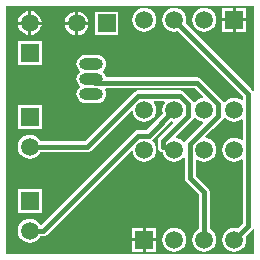
<source format=gbl>
G04 Layer_Physical_Order=2*
G04 Layer_Color=16711680*
%FSLAX44Y44*%
%MOMM*%
G71*
G01*
G75*
%ADD13C,0.4000*%
%ADD16R,1.5000X1.5000*%
%ADD17C,1.5000*%
%ADD18R,1.5000X1.5000*%
%ADD19O,2.0000X1.0000*%
%ADD20O,2.0000X1.0000*%
G36*
X215000Y143444D02*
X213730Y143059D01*
X213413Y143533D01*
X156902Y200045D01*
X157082Y200479D01*
X157427Y203100D01*
X157082Y205721D01*
X156070Y208163D01*
X154461Y210261D01*
X152363Y211870D01*
X149921Y212882D01*
X147300Y213227D01*
X144679Y212882D01*
X142237Y211870D01*
X140139Y210261D01*
X138530Y208163D01*
X137518Y205721D01*
X137173Y203100D01*
X137518Y200479D01*
X138530Y198037D01*
X140139Y195939D01*
X142237Y194330D01*
X144679Y193318D01*
X147300Y192973D01*
X149921Y193318D01*
X150355Y193498D01*
X205511Y138343D01*
Y135469D01*
X204241Y134843D01*
X203163Y135670D01*
X200721Y136682D01*
X198100Y137027D01*
X195479Y136682D01*
X193037Y135670D01*
X190939Y134061D01*
X190286Y133209D01*
X189049Y133497D01*
X189017Y133659D01*
X188013Y135160D01*
X188013Y135160D01*
X170060Y153113D01*
X168559Y154117D01*
X166787Y154469D01*
X166787Y154469D01*
X89412D01*
X89346Y154968D01*
X88586Y156803D01*
X87378Y158378D01*
X86938Y158715D01*
Y159985D01*
X87378Y160322D01*
X88586Y161898D01*
X89346Y163732D01*
X89605Y165700D01*
X89346Y167668D01*
X88586Y169503D01*
X87378Y171078D01*
X85802Y172286D01*
X83968Y173046D01*
X82000Y173305D01*
X72000D01*
X70032Y173046D01*
X68197Y172286D01*
X66622Y171078D01*
X65414Y169503D01*
X64654Y167668D01*
X64395Y165700D01*
X64654Y163732D01*
X65414Y161898D01*
X66622Y160322D01*
X67062Y159985D01*
Y158715D01*
X66622Y158378D01*
X65414Y156803D01*
X64654Y154968D01*
X64395Y153000D01*
X64654Y151032D01*
X65414Y149198D01*
X66622Y147622D01*
X67062Y147285D01*
Y146015D01*
X66622Y145678D01*
X65414Y144102D01*
X64654Y142268D01*
X64395Y140300D01*
X64654Y138332D01*
X65414Y136497D01*
X66622Y134922D01*
X68197Y133714D01*
X70032Y132954D01*
X72000Y132695D01*
X82000D01*
X83968Y132954D01*
X85802Y133714D01*
X87378Y134922D01*
X88586Y136497D01*
X89346Y138332D01*
X89605Y140300D01*
X89346Y142268D01*
X88653Y143941D01*
X89137Y145211D01*
X164870D01*
X171881Y138200D01*
X171426Y136859D01*
X170079Y136682D01*
X167637Y135670D01*
X165539Y134061D01*
X164886Y133209D01*
X163649Y133497D01*
X163617Y133659D01*
X162613Y135160D01*
X162613Y135160D01*
X155560Y142213D01*
X154059Y143217D01*
X152287Y143569D01*
X152287Y143569D01*
X116913D01*
X115141Y143217D01*
X113640Y142213D01*
X113640Y142213D01*
X71656Y100229D01*
X33950D01*
X33770Y100663D01*
X32161Y102761D01*
X30063Y104370D01*
X27621Y105382D01*
X25000Y105727D01*
X22379Y105382D01*
X19937Y104370D01*
X17839Y102761D01*
X16230Y100663D01*
X15218Y98221D01*
X14873Y95600D01*
X15218Y92979D01*
X16230Y90537D01*
X17839Y88439D01*
X19937Y86830D01*
X22379Y85818D01*
X25000Y85473D01*
X27621Y85818D01*
X30063Y86830D01*
X32161Y88439D01*
X33770Y90537D01*
X33950Y90971D01*
X73573D01*
X73573Y90971D01*
X75344Y91323D01*
X76846Y92327D01*
X110600Y126081D01*
X111941Y125626D01*
X112118Y124279D01*
X113130Y121837D01*
X114739Y119739D01*
X116837Y118130D01*
X119279Y117118D01*
X121900Y116773D01*
X124521Y117118D01*
X126963Y118130D01*
X129061Y119739D01*
X130670Y121837D01*
X131682Y124279D01*
X132027Y126900D01*
X131682Y129521D01*
X130670Y131963D01*
X129843Y133041D01*
X130469Y134311D01*
X138731D01*
X139357Y133041D01*
X138530Y131963D01*
X137518Y129521D01*
X137173Y126900D01*
X137518Y124279D01*
X137698Y123845D01*
X123623Y109769D01*
X116913D01*
X116913Y109769D01*
X115141Y109417D01*
X113640Y108413D01*
X113640Y108413D01*
X35070Y29843D01*
X34683Y29790D01*
X33507Y30006D01*
X32161Y31761D01*
X30063Y33370D01*
X27621Y34382D01*
X25000Y34727D01*
X22379Y34382D01*
X19937Y33370D01*
X17839Y31761D01*
X16230Y29663D01*
X15218Y27221D01*
X14873Y24600D01*
X15218Y21979D01*
X16230Y19537D01*
X17839Y17439D01*
X19937Y15830D01*
X22379Y14818D01*
X25000Y14473D01*
X27621Y14818D01*
X30063Y15830D01*
X32161Y17439D01*
X33770Y19537D01*
X33950Y19971D01*
X36373D01*
X36373Y19971D01*
X38144Y20323D01*
X39646Y21327D01*
X110600Y92281D01*
X111941Y91826D01*
X112118Y90479D01*
X113130Y88037D01*
X114739Y85939D01*
X116837Y84330D01*
X119279Y83318D01*
X121900Y82973D01*
X124521Y83318D01*
X126963Y84330D01*
X129061Y85939D01*
X130670Y88037D01*
X131682Y90479D01*
X132027Y93100D01*
X131682Y95721D01*
X130670Y98163D01*
X129061Y100261D01*
X128691Y100544D01*
X128723Y101521D01*
X128918Y101971D01*
X144245Y117298D01*
X144679Y117118D01*
X146026Y116941D01*
X146481Y115600D01*
X134527Y103646D01*
X133523Y102144D01*
X133171Y100373D01*
X133171Y100373D01*
Y95600D01*
X133523Y93829D01*
X134527Y92327D01*
X136029Y91323D01*
X137444Y91042D01*
X137518Y90479D01*
X138530Y88037D01*
X140139Y85939D01*
X142237Y84330D01*
X144679Y83318D01*
X147300Y82973D01*
X149921Y83318D01*
X152363Y84330D01*
X154461Y85939D01*
X154828Y86419D01*
X156031Y86011D01*
Y69340D01*
X156031Y69340D01*
X156383Y67569D01*
X157387Y66067D01*
X168071Y55383D01*
Y25850D01*
X167637Y25670D01*
X165539Y24061D01*
X163930Y21963D01*
X162918Y19521D01*
X162573Y16900D01*
X162918Y14279D01*
X163930Y11837D01*
X165539Y9739D01*
X167637Y8130D01*
X170079Y7118D01*
X172700Y6773D01*
X175321Y7118D01*
X177763Y8130D01*
X179861Y9739D01*
X181470Y11837D01*
X182482Y14279D01*
X182827Y16900D01*
X182482Y19521D01*
X181470Y21963D01*
X179861Y24061D01*
X177763Y25670D01*
X177329Y25850D01*
Y57300D01*
X177329Y57300D01*
X176977Y59071D01*
X175973Y60573D01*
X175973Y60573D01*
X165289Y71257D01*
Y84531D01*
X166559Y85157D01*
X167637Y84330D01*
X170079Y83318D01*
X172700Y82973D01*
X175321Y83318D01*
X177763Y84330D01*
X179861Y85939D01*
X181470Y88037D01*
X182482Y90479D01*
X182827Y93100D01*
X182482Y95721D01*
X181470Y98163D01*
X179861Y100261D01*
X177763Y101870D01*
X175321Y102882D01*
X173974Y103059D01*
X173519Y104400D01*
X180194Y111075D01*
X180960Y111587D01*
X188013Y118640D01*
X188013Y118640D01*
X189017Y120141D01*
X189049Y120303D01*
X190286Y120591D01*
X190939Y119739D01*
X193037Y118130D01*
X195479Y117118D01*
X198100Y116773D01*
X200721Y117118D01*
X203163Y118130D01*
X204241Y118957D01*
X205511Y118331D01*
Y101669D01*
X204241Y101043D01*
X203163Y101870D01*
X200721Y102882D01*
X198100Y103227D01*
X195479Y102882D01*
X193037Y101870D01*
X190939Y100261D01*
X189330Y98163D01*
X188318Y95721D01*
X187973Y93100D01*
X188318Y90479D01*
X189330Y88037D01*
X190939Y85939D01*
X193037Y84330D01*
X195479Y83318D01*
X198100Y82973D01*
X200721Y83318D01*
X203163Y84330D01*
X204101Y85050D01*
X205371Y84423D01*
Y30717D01*
X201155Y26502D01*
X200721Y26682D01*
X198100Y27027D01*
X195479Y26682D01*
X193037Y25670D01*
X190939Y24061D01*
X189330Y21963D01*
X188318Y19521D01*
X187973Y16900D01*
X188318Y14279D01*
X189330Y11837D01*
X190939Y9739D01*
X193037Y8130D01*
X195479Y7118D01*
X198100Y6773D01*
X200721Y7118D01*
X203163Y8130D01*
X205261Y9739D01*
X206870Y11837D01*
X207882Y14279D01*
X208227Y16900D01*
X207882Y19521D01*
X207702Y19955D01*
X213273Y25527D01*
X213273Y25527D01*
X213730Y26210D01*
X215000Y25825D01*
Y5000D01*
X5000D01*
Y215000D01*
X215000D01*
Y143444D01*
D02*
G37*
G36*
X165539Y119739D02*
X167637Y118130D01*
X170079Y117118D01*
X171201Y116971D01*
X171656Y115630D01*
X157387Y101360D01*
X156383Y99859D01*
X156351Y99697D01*
X155114Y99409D01*
X154461Y100261D01*
X152363Y101870D01*
X149921Y102882D01*
X148799Y103029D01*
X148344Y104370D01*
X162613Y118640D01*
X163617Y120141D01*
X163649Y120303D01*
X164886Y120591D01*
X165539Y119739D01*
D02*
G37*
%LPC*%
G36*
X208140Y213140D02*
X199370D01*
Y204370D01*
X208140D01*
Y213140D01*
D02*
G37*
G36*
X196830D02*
X188060D01*
Y204370D01*
X196830D01*
Y213140D01*
D02*
G37*
G36*
X26270Y210359D02*
Y201670D01*
X34959D01*
X34782Y203021D01*
X33770Y205463D01*
X32161Y207561D01*
X30063Y209170D01*
X27621Y210182D01*
X26270Y210359D01*
D02*
G37*
G36*
X23730D02*
X22379Y210182D01*
X19937Y209170D01*
X17839Y207561D01*
X16230Y205463D01*
X15218Y203021D01*
X15041Y201670D01*
X23730D01*
Y210359D01*
D02*
G37*
G36*
X65870Y209959D02*
Y201270D01*
X74559D01*
X74382Y202621D01*
X73370Y205063D01*
X71761Y207161D01*
X69663Y208770D01*
X67221Y209782D01*
X65870Y209959D01*
D02*
G37*
G36*
X63330D02*
X61979Y209782D01*
X59537Y208770D01*
X57439Y207161D01*
X55830Y205063D01*
X54818Y202621D01*
X54641Y201270D01*
X63330D01*
Y209959D01*
D02*
G37*
G36*
X208140Y201830D02*
X199370D01*
Y193060D01*
X208140D01*
Y201830D01*
D02*
G37*
G36*
X196830D02*
X188060D01*
Y193060D01*
X196830D01*
Y201830D01*
D02*
G37*
G36*
X172700Y213227D02*
X170079Y212882D01*
X167637Y211870D01*
X165539Y210261D01*
X163930Y208163D01*
X162918Y205721D01*
X162573Y203100D01*
X162918Y200479D01*
X163930Y198037D01*
X165539Y195939D01*
X167637Y194330D01*
X170079Y193318D01*
X172700Y192973D01*
X175321Y193318D01*
X177763Y194330D01*
X179861Y195939D01*
X181470Y198037D01*
X182482Y200479D01*
X182827Y203100D01*
X182482Y205721D01*
X181470Y208163D01*
X179861Y210261D01*
X177763Y211870D01*
X175321Y212882D01*
X172700Y213227D01*
D02*
G37*
G36*
X121900D02*
X119279Y212882D01*
X116837Y211870D01*
X114739Y210261D01*
X113130Y208163D01*
X112118Y205721D01*
X111773Y203100D01*
X112118Y200479D01*
X113130Y198037D01*
X114739Y195939D01*
X116837Y194330D01*
X119279Y193318D01*
X121900Y192973D01*
X124521Y193318D01*
X126963Y194330D01*
X129061Y195939D01*
X130670Y198037D01*
X131682Y200479D01*
X132027Y203100D01*
X131682Y205721D01*
X130670Y208163D01*
X129061Y210261D01*
X126963Y211870D01*
X124521Y212882D01*
X121900Y213227D01*
D02*
G37*
G36*
X34959Y199130D02*
X26270D01*
Y190441D01*
X27621Y190618D01*
X30063Y191630D01*
X32161Y193239D01*
X33770Y195337D01*
X34782Y197779D01*
X34959Y199130D01*
D02*
G37*
G36*
X23730D02*
X15041D01*
X15218Y197779D01*
X16230Y195337D01*
X17839Y193239D01*
X19937Y191630D01*
X22379Y190618D01*
X23730Y190441D01*
Y199130D01*
D02*
G37*
G36*
X74559Y198730D02*
X65870D01*
Y190041D01*
X67221Y190218D01*
X69663Y191230D01*
X71761Y192839D01*
X73370Y194937D01*
X74382Y197379D01*
X74559Y198730D01*
D02*
G37*
G36*
X63330D02*
X54641D01*
X54818Y197379D01*
X55830Y194937D01*
X57439Y192839D01*
X59537Y191230D01*
X61979Y190218D01*
X63330Y190041D01*
Y198730D01*
D02*
G37*
G36*
X100040Y210040D02*
X79960D01*
Y189960D01*
X100040D01*
Y210040D01*
D02*
G37*
G36*
X35040Y185040D02*
X14960D01*
Y164960D01*
X35040D01*
Y185040D01*
D02*
G37*
G36*
Y131040D02*
X14960D01*
Y110960D01*
X35040D01*
Y131040D01*
D02*
G37*
G36*
Y60040D02*
X14960D01*
Y39960D01*
X35040D01*
Y60040D01*
D02*
G37*
G36*
X131940Y26940D02*
X123170D01*
Y18170D01*
X131940D01*
Y26940D01*
D02*
G37*
G36*
X120630D02*
X111860D01*
Y18170D01*
X120630D01*
Y26940D01*
D02*
G37*
G36*
X131940Y15630D02*
X123170D01*
Y6860D01*
X131940D01*
Y15630D01*
D02*
G37*
G36*
X120630D02*
X111860D01*
Y6860D01*
X120630D01*
Y15630D01*
D02*
G37*
G36*
X147300Y27027D02*
X144679Y26682D01*
X142237Y25670D01*
X140139Y24061D01*
X138530Y21963D01*
X137518Y19521D01*
X137173Y16900D01*
X137518Y14279D01*
X138530Y11837D01*
X140139Y9739D01*
X142237Y8130D01*
X144679Y7118D01*
X147300Y6773D01*
X149921Y7118D01*
X152363Y8130D01*
X154461Y9739D01*
X156070Y11837D01*
X157082Y14279D01*
X157427Y16900D01*
X157082Y19521D01*
X156070Y21963D01*
X154461Y24061D01*
X152363Y25670D01*
X149921Y26682D01*
X147300Y27027D01*
D02*
G37*
%LPD*%
D13*
X198100Y16900D02*
X210000Y28800D01*
Y87833D01*
X210140Y87973D01*
Y140260D01*
X147300Y203100D02*
X210140Y140260D01*
X80160Y149840D02*
X166787D01*
X184740Y131887D01*
Y121913D02*
Y131887D01*
X177687Y114860D02*
X184740Y121913D01*
X177433Y114860D02*
X177687D01*
X160660Y98087D02*
X177433Y114860D01*
X160660Y69340D02*
Y98087D01*
Y69340D02*
X172700Y57300D01*
Y16900D02*
Y57300D01*
X25000Y95600D02*
X73573D01*
X116913Y138940D01*
X152287D01*
X159340Y131887D01*
Y121913D02*
Y131887D01*
X137800Y100373D02*
X159340Y121913D01*
X137800Y95600D02*
Y100373D01*
Y95600D02*
X144800D01*
X147300Y93100D01*
X25000Y24600D02*
X36373D01*
X116913Y105140D01*
X125540D01*
X147300Y126900D01*
D16*
X90000Y200000D02*
D03*
D17*
X64600D02*
D03*
X25000Y200400D02*
D03*
Y24600D02*
D03*
Y95600D02*
D03*
X147300Y16900D02*
D03*
X172700D02*
D03*
X198100D02*
D03*
X121900Y93100D02*
D03*
X147300D02*
D03*
X172700D02*
D03*
X198100D02*
D03*
X172700Y203100D02*
D03*
X147300D02*
D03*
X121900D02*
D03*
X198100Y126900D02*
D03*
X172700D02*
D03*
X147300D02*
D03*
X121900D02*
D03*
D18*
X25000Y175000D02*
D03*
Y50000D02*
D03*
Y121000D02*
D03*
X121900Y16900D02*
D03*
X198100Y203100D02*
D03*
D19*
X77000Y165700D02*
D03*
Y153000D02*
D03*
D20*
Y140300D02*
D03*
M02*

</source>
